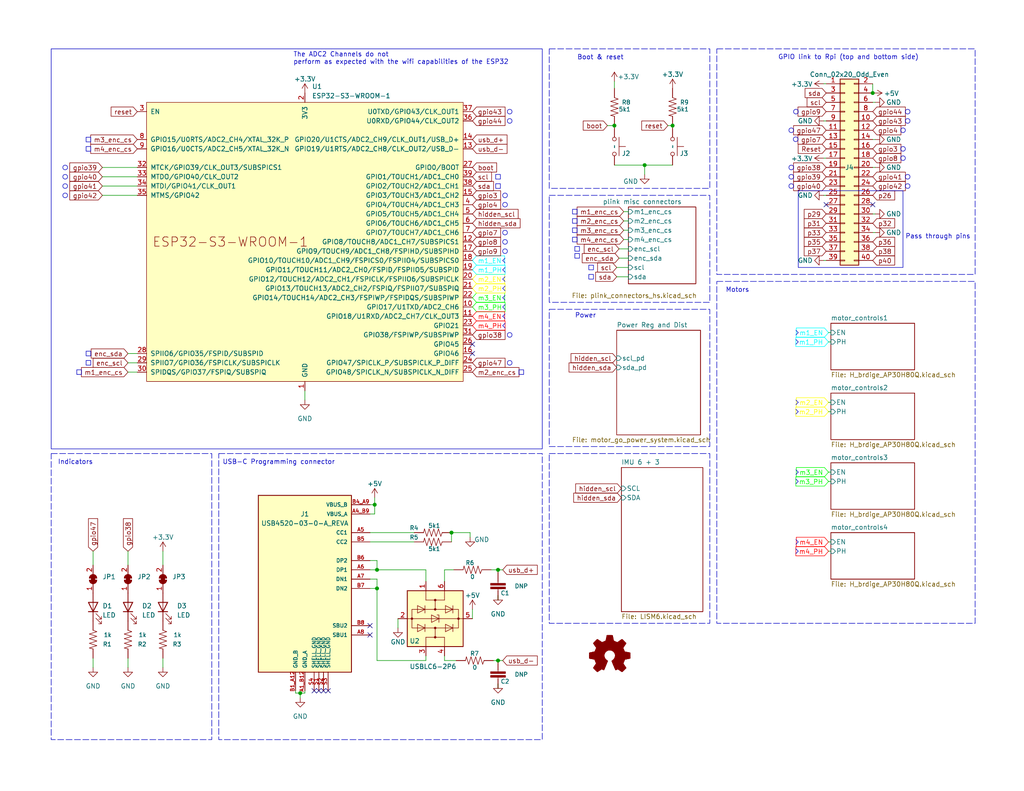
<source format=kicad_sch>
(kicad_sch (version 20230121) (generator eeschema)
  (paper "USLetter")
  (title_block (title "miniMotorGo") (date "2023-11-18") (rev "1.0") (company "EveryFlavorRobotics"))
  (lib_symbols
    (symbol "Connector_Generic:Conn_02x20_Odd_Even" (pin_names (offset 1.016) hide)
      (property "Reference" "J" (at 1.27 25.4 0))
      (property "Value" "Conn_02x20_Odd_Even" (at 1.27 -27.94 0))
      (symbol "Conn_02x20_Odd_Even_1_1"
        (pin passive line (at -5.08 22.86 0) (length 3.81) (name "Pin_1") (number "1"))
        (pin passive line (at 7.62 12.7 180) (length 3.81) (name "Pin_10") (number "10"))
        (pin passive line (at -5.08 10.16 0) (length 3.81) (name "Pin_11") (number "11"))
        (pin passive line (at 7.62 10.16 180) (length 3.81) (name "Pin_12") (number "12"))
        (pin passive line (at -5.08 7.62 0) (length 3.81) (name "Pin_13") (number "13"))
        (pin passive line (at 7.62 7.62 180) (length 3.81) (name "Pin_14") (number "14"))
        (pin passive line (at -5.08 5.08 0) (length 3.81) (name "Pin_15") (number "15"))
        (pin passive line (at 7.62 5.08 180) (length 3.81) (name "Pin_16") (number "16"))
        (pin passive line (at -5.08 2.54 0) (length 3.81) (name "Pin_17") (number "17"))
        (pin passive line (at 7.62 2.54 180) (length 3.81) (name "Pin_18") (number "18"))
        (pin passive line (at -5.08 0 0) (length 3.81) (name "Pin_19") (number "19"))
        (pin passive line (at 7.62 22.86 180) (length 3.81) (name "Pin_2") (number "2"))
        (pin passive line (at 7.62 0 180) (length 3.81) (name "Pin_20") (number "20"))
        (pin passive line (at -5.08 -2.54 0) (length 3.81) (name "Pin_21") (number "21"))
        (pin passive line (at 7.62 -2.54 180) (length 3.81) (name "Pin_22") (number "22"))
        (pin passive line (at -5.08 -5.08 0) (length 3.81) (name "Pin_23") (number "23"))
        (pin passive line (at 7.62 -5.08 180) (length 3.81) (name "Pin_24") (number "24"))
        (pin passive line (at -5.08 -7.62 0) (length 3.81) (name "Pin_25") (number "25"))
        (pin passive line (at 7.62 -7.62 180) (length 3.81) (name "Pin_26") (number "26"))
        (pin passive line (at -5.08 -10.16 0) (length 3.81) (name "Pin_27") (number "27"))
        (pin passive line (at 7.62 -10.16 180) (length 3.81) (name "Pin_28") (number "28"))
        (pin passive line (at -5.08 -12.7 0) (length 3.81) (name "Pin_29") (number "29"))
        (pin passive line (at -5.08 20.32 0) (length 3.81) (name "Pin_3") (number "3"))
        (pin passive line (at 7.62 -12.7 180) (length 3.81) (name "Pin_30") (number "30"))
        (pin passive line (at -5.08 -15.24 0) (length 3.81) (name "Pin_31") (number "31"))
        (pin passive line (at 7.62 -15.24 180) (length 3.81) (name "Pin_32") (number "32"))
        (pin passive line (at -5.08 -17.78 0) (length 3.81) (name "Pin_33") (number "33"))
        (pin passive line (at 7.62 -17.78 180) (length 3.81) (name "Pin_34") (number "34"))
        (pin passive line (at -5.08 -20.32 0) (length 3.81) (name "Pin_35") (number "35"))
        (pin passive line (at 7.62 -20.32 180) (length 3.81) (name "Pin_36") (number "36"))
        (pin passive line (at -5.08 -22.86 0) (length 3.81) (name "Pin_37") (number "37"))
        (pin passive line (at 7.62 -22.86 180) (length 3.81) (name "Pin_38") (number "38"))
        (pin passive line (at -5.08 -25.4 0) (length 3.81) (name "Pin_39") (number "39"))
        (pin passive line (at 7.62 20.32 180) (length 3.81) (name "Pin_4") (number "4"))
        (pin passive line (at 7.62 -25.4 180) (length 3.81) (name "Pin_40") (number "40"))
        (pin passive line (at -5.08 17.78 0) (length 3.81) (name "Pin_5") (number "5"))
        (pin passive line (at 7.62 17.78 180) (length 3.81) (name "Pin_6") (number "6"))
        (pin passive line (at -5.08 15.24 0) (length 3.81) (name "Pin_7") (number "7"))
        (pin passive line (at 7.62 15.24 180) (length 3.81) (name "Pin_8") (number "8"))
        (pin passive line (at -5.08 12.7 0) (length 3.81) (name "Pin_9") (number "9"))
      )
    )
    (symbol "Device:LED" (pin_numbers hide) (pin_names (offset 1.016) hide)
      (property "Reference" "D" (at 0 2.54 0))
      (property "Value" "LED" (at 0 -2.54 0))
      (symbol "LED_1_1"
        (pin passive line (at -3.81 0 0) (length 2.54) (name "K") (number "1"))
        (pin passive line (at 3.81 0 180) (length 2.54) (name "A") (number "2"))
      )
    )
    (symbol "Graphic:Logo_Open_Hardware_Small" (in_bom no) (on_board no))
    (symbol "Jumper:SolderJumper_2_Bridged" (pin_names (offset 0) hide)
      (property "Reference" "JP" (at 0 2.032 0))
      (property "Value" "SolderJumper_2_Bridged" (at 0 -2.54 0))
      (symbol "SolderJumper_2_Bridged_1_1"
        (pin passive line (at -3.81 0 0) (length 2.54) (name "A") (number "1"))
        (pin passive line (at 3.81 0 180) (length 2.54) (name "B") (number "2"))
      )
    )
    (symbol "Power_Protection:USBLC6-2P6" (pin_names hide)
      (property "Reference" "U" (at 2.54 8.89 0))
      (property "Value" "USBLC6-2P6" (at 2.54 -8.89 0))
      (symbol "USBLC6-2P6_1_1"
        (pin passive line (at -10.16 -2.54 0) (length 2.54) (name "I/O1") (number "1"))
        (pin passive line (at 0 -10.16 90) (length 2.54) (name "GND") (number "2"))
        (pin passive line (at 10.16 -2.54 180) (length 2.54) (name "I/O2") (number "3"))
        (pin passive line (at 10.16 2.54 180) (length 2.54) (name "I/O2") (number "4"))
        (pin passive line (at 0 10.16 270) (length 2.54) (name "VBUS") (number "5"))
        (pin passive line (at -10.16 2.54 0) (length 2.54) (name "I/O1") (number "6"))
      )
    )
    (symbol "Switch:SW_Push" (pin_numbers hide) (pin_names (offset 1.016) hide)
      (property "Reference" "SW" (at 1.27 2.54 0))
      (property "Value" "SW_Push" (at 0 -1.524 0))
      (symbol "SW_Push_0_1"
        (pin passive line (at -5.08 0 0) (length 2.54) (name "1") (number "1"))
        (pin passive line (at 5.08 0 180) (length 2.54) (name "2") (number "2"))
      )
    )
    (symbol "USB4520-03-0-A_REVA:USB4520-03-0-A_REVA" (pin_names (offset 1.016))
      (property "Reference" "J11" (at 0 19.05 0))
      (property "Value" "USB4520-03-0-A_REVA" (at 0 16.51 0))
      (symbol "USB4520-03-0-A_REVA_0_0"
        (pin power_in line (at 0 -29.21 90) (length 5.08) (name "GND_A") (number "A1_B12"))
        (pin power_in line (at 17.78 19.05 180) (length 5.08) (name "VBUS_A") (number "A4_B9"))
        (pin bidirectional line (at 17.78 13.97 180) (length 5.08) (name "CC1") (number "A5"))
        (pin bidirectional line (at 17.78 3.81 180) (length 5.08) (name "DP1") (number "A6"))
        (pin bidirectional line (at 17.78 1.27 180) (length 5.08) (name "DN1") (number "A7"))
        (pin bidirectional line (at 17.78 -13.97 180) (length 5.08) (name "SBU1") (number "A8"))
        (pin power_in line (at -2.54 -29.21 90) (length 5.08) (name "GND_B") (number "B1_A12"))
        (pin power_in line (at 17.78 21.59 180) (length 5.08) (name "VBUS_B") (number "B4_A9"))
        (pin bidirectional line (at 17.78 11.43 180) (length 5.08) (name "CC2") (number "B5"))
        (pin bidirectional line (at 17.78 6.35 180) (length 5.08) (name "DP2") (number "B6"))
        (pin bidirectional line (at 17.78 -1.27 180) (length 5.08) (name "DN2") (number "B7"))
        (pin bidirectional line (at 17.78 -11.43 180) (length 5.08) (name "SBU2") (number "B8"))
        (pin power_in line (at 3.81 -29.21 90) (length 5.08) (name "SHELL_GND") (number "S1"))
        (pin power_in line (at 5.08 -29.21 90) (length 5.08) (name "SHELL_GND") (number "S2"))
        (pin power_in line (at 6.35 -29.21 90) (length 5.08) (name "SHELL_GND") (number "S3"))
        (pin power_in line (at 2.54 -29.21 90) (length 5.08) (name "SHELL_GND") (number "S4"))
      )
    )
    (symbol "espressif_github:ESP32-S3-WROOM-1" (pin_names (offset 1.016))
      (property "Reference" "U" (at -43.18 43.18 0))
      (property "Value" "ESP32-S3-WROOM-1" (at -43.18 40.64 0))
      (symbol "ESP32-S3-WROOM-1_0_0"
        (text "ESP32-S3-WROOM-1" (at -20.32 0 0) (effects (font (size 2.54 2.54))))
        (pin power_in line (at 0 -40.64 90) (length 2.54) (name "GND") (number "1"))
        (pin bidirectional line (at 45.72 -17.78 180) (length 2.54) (name "GPIO17/U1TXD/ADC2_CH6") (number "10"))
        (pin bidirectional line (at 45.72 -20.32 180) (length 2.54) (name "GPIO18/U1RXD/ADC2_CH7/CLK_OUT3") (number "11"))
        (pin bidirectional line (at 45.72 0 180) (length 2.54) (name "GPIO8/TOUCH8/ADC1_CH7/SUBSPICS1") (number "12"))
        (pin bidirectional line (at 45.72 25.4 180) (length 2.54) (name "GPIO19/U1RTS/ADC2_CH8/CLK_OUT2/USB_D-") (number "13"))
        (pin bidirectional line (at 45.72 27.94 180) (length 2.54) (name "GPIO20/U1CTS/ADC2_CH9/CLK_OUT1/USB_D+") (number "14"))
        (pin bidirectional line (at 45.72 12.7 180) (length 2.54) (name "GPIO3/TOUCH3/ADC1_CH2") (number "15"))
        (pin bidirectional line (at 45.72 -30.48 180) (length 2.54) (name "GPIO46") (number "16"))
        (pin bidirectional line (at 45.72 -2.54 180) (length 2.54) (name "GPIO9/TOUCH9/ADC1_CH8/FSPIHD/SUBSPIHD") (number "17"))
        (pin bidirectional line (at 45.72 -5.08 180) (length 2.54) (name "GPIO10/TOUCH10/ADC1_CH9/FSPICS0/FSPIIO4/SUBSPICS0") (number "18"))
        (pin bidirectional line (at 45.72 -7.62 180) (length 2.54) (name "GPIO11/TOUCH11/ADC2_CH0/FSPID/FSPIIO5/SUBSPID") (number "19"))
        (pin power_in line (at 0 40.64 270) (length 2.54) (name "3V3") (number "2"))
        (pin bidirectional line (at 45.72 -10.16 180) (length 2.54) (name "GPIO12/TOUCH12/ADC2_CH1/FSPICLK/FSPIIO6/SUBSPICLK") (number "20"))
        (pin bidirectional line (at 45.72 -12.7 180) (length 2.54) (name "GPIO13/TOUCH13/ADC2_CH2/FSPIQ/FSPIIO7/SUBSPIQ") (number "21"))
        (pin bidirectional line (at 45.72 -15.24 180) (length 2.54) (name "GPIO14/TOUCH14/ADC2_CH3/FSPIWP/FSPIDQS/SUBSPIWP") (number "22"))
        (pin bidirectional line (at 45.72 -22.86 180) (length 2.54) (name "GPIO21") (number "23"))
        (pin bidirectional line (at 45.72 -33.02 180) (length 2.54) (name "GPIO47/SPICLK_P/SUBSPICLK_P_DIFF") (number "24"))
        (pin bidirectional line (at 45.72 -35.56 180) (length 2.54) (name "GPIO48/SPICLK_N/SUBSPICLK_N_DIFF") (number "25"))
        (pin bidirectional line (at 45.72 -27.94 180) (length 2.54) (name "GPIO45") (number "26"))
        (pin bidirectional line (at 45.72 20.32 180) (length 2.54) (name "GPIO0/BOOT") (number "27"))
        (pin bidirectional line (at -45.72 -30.48 0) (length 2.54) (name "SPIIO6/GPIO35/FSPID/SUBSPID") (number "28"))
        (pin bidirectional line (at -45.72 -33.02 0) (length 2.54) (name "SPIIO7/GPIO36/FSPICLK/SUBSPICLK") (number "29"))
        (pin input line (at -45.72 35.56 0) (length 2.54) (name "EN") (number "3"))
        (pin bidirectional line (at -45.72 -35.56 0) (length 2.54) (name "SPIDQS/GPIO37/FSPIQ/SUBSPIQ") (number "30"))
        (pin bidirectional line (at 45.72 -25.4 180) (length 2.54) (name "GPIO38/FSPIWP/SUBSPIWP") (number "31"))
        (pin bidirectional line (at -45.72 20.32 0) (length 2.54) (name "MTCK/GPIO39/CLK_OUT3/SUBSPICS1") (number "32"))
        (pin bidirectional line (at -45.72 17.78 0) (length 2.54) (name "MTDO/GPIO40/CLK_OUT2") (number "33"))
        (pin bidirectional line (at -45.72 15.24 0) (length 2.54) (name "MTDI/GPIO41/CLK_OUT1") (number "34"))
        (pin bidirectional line (at -45.72 12.7 0) (length 2.54) (name "MTMS/GPIO42") (number "35"))
        (pin bidirectional line (at 45.72 33.02 180) (length 2.54) (name "U0RXD/GPIO44/CLK_OUT2") (number "36"))
        (pin bidirectional line (at 45.72 35.56 180) (length 2.54) (name "U0TXD/GPIO43/CLK_OUT1") (number "37"))
        (pin bidirectional line (at 45.72 15.24 180) (length 2.54) (name "GPIO2/TOUCH2/ADC1_CH1") (number "38"))
        (pin bidirectional line (at 45.72 17.78 180) (length 2.54) (name "GPIO1/TOUCH1/ADC1_CH0") (number "39"))
        (pin bidirectional line (at 45.72 10.16 180) (length 2.54) (name "GPIO4/TOUCH4/ADC1_CH3") (number "4"))
        (pin passive line (at 0 -40.64 90) (length 2.54) hide (name "GND") (number "40"))
        (pin passive line (at 0 -40.64 90) (length 2.54) hide (name "GND") (number "41"))
        (pin bidirectional line (at 45.72 7.62 180) (length 2.54) (name "GPIO5/TOUCH5/ADC1_CH4") (number "5"))
        (pin bidirectional line (at 45.72 5.08 180) (length 2.54) (name "GPIO6/TOUCH6/ADC1_CH5") (number "6"))
        (pin bidirectional line (at 45.72 2.54 180) (length 2.54) (name "GPIO7/TOUCH7/ADC1_CH6") (number "7"))
        (pin bidirectional line (at -45.72 27.94 0) (length 2.54) (name "GPIO15/U0RTS/ADC2_CH4/XTAL_32K_P") (number "8"))
        (pin bidirectional line (at -45.72 25.4 0) (length 2.54) (name "GPIO16/U0CTS/ADC2_CH5/XTAL_32K_N") (number "9"))
      )
    )
    (symbol "power:+3.3V" (power) (pin_names (offset 0))
      (property "Value" "+3.3V" (at 0 3.556 0))
      (symbol "+3.3V_1_1"
        (pin power_in line (at 0 0 90) (length 0) hide (name "+3.3V") (number "1"))
      )
    )
    (symbol "power:+5V" (power) (pin_names (offset 0))
      (property "Value" "+5V" (at 0 3.556 0))
      (symbol "+5V_1_1"
        (pin power_in line (at 0 0 90) (length 0) hide (name "+5V") (number "1"))
      )
    )
    (symbol "power:GND" (power) (pin_names (offset 0))
      (property "Value" "GND" (at 0 -3.81 0))
      (symbol "GND_1_1"
        (pin power_in line (at 0 0 270) (length 0) hide (name "GND") (number "1"))
      )
    )
    (symbol "sparkfun_capacitors:0.1UF-0402-16V-10%" (pin_numbers hide) (pin_names (offset 1.016) hide)
      (property "Reference" "C" (at 1.524 2.921 0))
      (property "Value" "0.1UF-0402-16V-10%" (at 1.524 -2.159 0))
      (property "Field4" "CAP-12416" (at 0 7.62 0))
      (symbol "0.1UF-0402-16V-10%_1_1"
        (pin passive line (at 0 5.08 270) (length 2.54) (name "1") (number "1"))
        (pin passive line (at 0 -2.54 90) (length 2.54) (name "2") (number "2"))
      )
    )
    (symbol "sparkfun_resistors:RESISTOR0603" (pin_numbers hide) (pin_names (offset 1.016) hide)
      (property "Reference" "R" (at -5.08 1.27 0))
      (property "Value" "RESISTOR0603" (at -5.08 -3.81 0))
      (property "Field4" " " (at 0 5.08 0))
      (symbol "RESISTOR0603_1_1"
        (pin passive line (at -5.08 0 0) (length 2.54) (name "1") (number "1"))
        (pin passive line (at 5.08 0 180) (length 2.54) (name "2") (number "2"))
      )
    )
  )
  (junction (at 102.87 155.575))
  (junction (at 135.89 155.575))
  (junction (at 135.89 180.34))
  (junction (at 102.87 160.655))
  (junction (at 123.19 145.415))
  (junction (at 175.895 45.085))
  (junction (at 183.515 34.29))
  (junction (at 102.235 137.795))
  (junction (at 238.125 25.4))
  (junction (at 81.915 189.23))
  (junction (at 167.64 34.29))
  (no_connect (at 100.965 173.355))
  (no_connect (at 238.125 55.88))
  (no_connect (at 128.905 96.52))
  (no_connect (at 85.725 188.595))
  (no_connect (at 100.965 170.815))
  (no_connect (at 128.905 93.98))
  (no_connect (at 89.535 188.595))
  (no_connect (at 225.425 55.88))
  (no_connect (at 88.265 188.595))
  (no_connect (at 86.995 188.595))
  (wire (pts (xy 128.27 145.415) (xy 123.19 145.415)))
  (wire (pts (xy 34.925 96.52) (xy 37.465 96.52)))
  (wire (pts (xy 135.89 155.575) (xy 135.89 156.21)))
  (wire (pts (xy 135.89 186.69) (xy 135.89 187.96)))
  (wire (pts (xy 116.205 155.575) (xy 116.205 158.75)))
  (wire (pts (xy 167.64 34.29) (xy 167.64 34.925)))
  (wire (pts (xy 100.965 158.115) (xy 102.87 158.115)))
  (polyline (pts (xy 217.805 109.855) (xy 217.17 110.49)))
  (polyline (pts (xy 217.805 112.395) (xy 217.17 111.76)))
  (wire (pts (xy 83.185 106.68) (xy 83.185 109.22)))
  (wire (pts (xy 182.245 34.29) (xy 183.515 34.29)))
  (wire (pts (xy 175.895 45.085) (xy 175.895 47.625)))
  (wire (pts (xy 225.425 71.12) (xy 224.79 71.12)))
  (wire (pts (xy 170.18 65.405) (xy 171.45 65.405)))
  (wire (pts (xy 238.76 45.72) (xy 238.125 45.72)))
  (polyline (pts (xy 137.16 88.9) (xy 137.795 89.535)))
  (wire (pts (xy 170.18 57.785) (xy 171.45 57.785)))
  (polyline (pts (xy 137.16 86.36) (xy 137.795 86.995)))
  (wire (pts (xy 226.06 131.445) (xy 226.695 131.445)))
  (wire (pts (xy 80.645 189.23) (xy 80.645 188.595)))
  (wire (pts (xy 34.925 179.705) (xy 34.925 182.245)))
  (polyline (pts (xy 217.805 150.495) (xy 217.17 151.13)))
  (wire (pts (xy 80.645 189.23) (xy 81.915 189.23)))
  (polyline (pts (xy 217.805 109.855) (xy 217.17 109.22)))
  (wire (pts (xy 121.285 179.07) (xy 121.285 180.34)))
  (wire (pts (xy 100.965 155.575) (xy 102.87 155.575)))
  (polyline (pts (xy 137.16 88.9) (xy 137.795 88.265)))
  (wire (pts (xy 226.06 90.805) (xy 226.695 90.805)))
  (wire (pts (xy 226.06 128.905) (xy 226.695 128.905)))
  (wire (pts (xy 100.965 147.955) (xy 113.03 147.955)))
  (wire (pts (xy 102.235 135.89) (xy 102.235 137.795)))
  (wire (pts (xy 170.18 60.325) (xy 171.45 60.325)))
  (wire (pts (xy 123.825 155.575) (xy 121.285 155.575)))
  (wire (pts (xy 165.735 34.29) (xy 167.64 34.29)))
  (wire (pts (xy 135.89 155.575) (xy 137.16 155.575)))
  (wire (pts (xy 108.585 168.91) (xy 108.585 171.45)))
  (polyline (pts (xy 137.16 71.12) (xy 137.795 71.755)))
  (wire (pts (xy 225.425 53.34) (xy 224.79 53.34)))
  (polyline (pts (xy 137.16 78.74) (xy 137.795 79.375)))
  (wire (pts (xy 135.89 162.56) (xy 135.89 163.83)))
  (wire (pts (xy 102.87 155.575) (xy 116.205 155.575)))
  (wire (pts (xy 121.285 155.575) (xy 121.285 158.75)))
  (wire (pts (xy 135.89 180.34) (xy 134.62 180.34)))
  (wire (pts (xy 238.125 22.86) (xy 238.125 25.4)))
  (wire (pts (xy 168.91 70.485) (xy 171.45 70.485)))
  (wire (pts (xy 116.205 180.34) (xy 116.205 179.07)))
  (wire (pts (xy 34.925 150.495) (xy 34.925 154.305)))
  (wire (pts (xy 137.16 180.34) (xy 135.89 180.34)))
  (wire (pts (xy 170.18 62.865) (xy 171.45 62.865)))
  (wire (pts (xy 25.4 179.705) (xy 25.4 182.245)))
  (wire (pts (xy 44.45 150.495) (xy 44.45 154.305)))
  (wire (pts (xy 123.19 145.415) (xy 123.19 147.955)))
  (wire (pts (xy 168.275 75.565) (xy 171.45 75.565)))
  (wire (pts (xy 226.06 150.495) (xy 226.695 150.495)))
  (wire (pts (xy 238.125 38.1) (xy 238.76 38.1)))
  (wire (pts (xy 121.285 180.34) (xy 124.46 180.34)))
  (wire (pts (xy 102.235 137.795) (xy 102.235 140.335)))
  (polyline (pts (xy 217.805 128.905) (xy 217.17 129.54)))
  (wire (pts (xy 175.895 45.085) (xy 167.64 45.085)))
  (polyline (pts (xy 137.16 76.2) (xy 137.795 76.835)))
  (polyline (pts (xy 217.805 112.395) (xy 217.17 113.03)))
  (wire (pts (xy 224.79 33.02) (xy 225.425 33.02)))
  (wire (pts (xy 81.915 189.23) (xy 83.185 189.23)))
  (polyline (pts (xy 137.16 73.66) (xy 137.795 74.295)))
  (polyline (pts (xy 137.16 81.28) (xy 137.795 81.915)))
  (wire (pts (xy 175.895 45.085) (xy 183.515 45.085)))
  (wire (pts (xy 102.87 153.035) (xy 102.87 155.575)))
  (wire (pts (xy 226.06 147.955) (xy 226.695 147.955)))
  (polyline (pts (xy 137.16 86.36) (xy 137.795 85.725)))
  (polyline (pts (xy 137.16 76.2) (xy 137.795 75.565)))
  (polyline (pts (xy 217.805 147.955) (xy 217.17 148.59)))
  (wire (pts (xy 226.06 109.855) (xy 226.695 109.855)))
  (wire (pts (xy 224.79 22.86) (xy 225.425 22.86)))
  (polyline (pts (xy 137.16 71.12) (xy 137.795 70.485)))
  (wire (pts (xy 100.965 137.795) (xy 102.235 137.795)))
  (wire (pts (xy 27.94 53.34) (xy 37.465 53.34)))
  (wire (pts (xy 168.91 67.945) (xy 171.45 67.945)))
  (wire (pts (xy 81.915 189.23) (xy 81.915 190.5)))
  (polyline (pts (xy 137.16 78.74) (xy 137.795 78.105)))
  (polyline (pts (xy 137.16 73.66) (xy 137.795 73.025)))
  (wire (pts (xy 27.94 45.72) (xy 37.465 45.72)))
  (wire (pts (xy 27.94 50.8) (xy 37.465 50.8)))
  (polyline (pts (xy 137.16 83.82) (xy 137.795 84.455)))
  (wire (pts (xy 238.76 27.94) (xy 238.125 27.94)))
  (wire (pts (xy 25.4 150.495) (xy 25.4 154.305)))
  (wire (pts (xy 183.515 34.29) (xy 183.515 34.925)))
  (wire (pts (xy 238.125 58.42) (xy 238.76 58.42)))
  (wire (pts (xy 100.965 145.415) (xy 113.03 145.415)))
  (wire (pts (xy 128.27 145.415) (xy 128.27 146.685)))
  (polyline (pts (xy 217.805 131.445) (xy 217.17 132.08)))
  (wire (pts (xy 102.87 160.655) (xy 102.87 180.34)))
  (wire (pts (xy 133.985 155.575) (xy 135.89 155.575)))
  (wire (pts (xy 102.87 158.115) (xy 102.87 160.655)))
  (wire (pts (xy 168.275 73.025) (xy 171.45 73.025)))
  (polyline (pts (xy 217.805 150.495) (xy 217.17 149.86)))
  (wire (pts (xy 100.965 140.335) (xy 102.235 140.335)))
  (wire (pts (xy 34.925 101.6) (xy 37.465 101.6)))
  (polyline (pts (xy 217.805 147.955) (xy 217.17 147.32)))
  (wire (pts (xy 238.125 63.5) (xy 238.76 63.5)))
  (wire (pts (xy 27.94 48.26) (xy 37.465 48.26)))
  (polyline (pts (xy 217.805 93.345) (xy 217.17 92.71)))
  (polyline (pts (xy 217.805 93.345) (xy 217.17 93.98)))
  (polyline (pts (xy 217.805 131.445) (xy 217.17 130.81)))
  (wire (pts (xy 34.925 99.06) (xy 37.465 99.06)))
  (wire (pts (xy 100.965 160.655) (xy 102.87 160.655)))
  (wire (pts (xy 44.45 179.705) (xy 44.45 182.245)))
  (wire (pts (xy 128.905 166.37) (xy 128.905 168.91)))
  (wire (pts (xy 167.64 22.225) (xy 167.64 24.13)))
  (wire (pts (xy 226.06 93.345) (xy 226.695 93.345)))
  (polyline (pts (xy 217.805 90.805) (xy 217.17 90.17)))
  (wire (pts (xy 100.965 153.035) (xy 102.87 153.035)))
  (wire (pts (xy 102.87 180.34) (xy 116.205 180.34)))
  (polyline (pts (xy 217.805 90.805) (xy 217.17 91.44)))
  (wire (pts (xy 226.06 112.395) (xy 226.695 112.395)))
  (polyline (pts (xy 137.16 81.28) (xy 137.795 80.645)))
  (polyline (pts (xy 217.805 128.905) (xy 217.17 128.27)))
  (wire (pts (xy 83.185 188.595) (xy 83.185 189.23)))
  (polyline (pts (xy 137.16 83.82) (xy 137.795 83.185)))
  (wire (pts (xy 224.79 43.18) (xy 225.425 43.18)))
  (rectangle (start 156.845 67.31) (end 158.115 68.58))
  (rectangle (start 217.805 52.07) (end 246.38 73.025))
  (circle (center 246.38 43.18) (radius 0.635))
  (rectangle (start 59.69 123.825) (end 147.955 201.93) (stroke (width 0) (type dash)))
  (rectangle (start 135.255 47.625) (end 136.525 48.895))
  (rectangle (start 160.655 72.39) (end 161.925 73.66))
  (rectangle (start 141.605 100.965) (end 142.875 102.235))
  (circle (center 247.65 50.8) (radius 0.635))
  (rectangle (start 195.58 13.335) (end 266.065 74.93) (stroke (width 0) (type dash)))
  (circle (center 215.9 35.56) (radius 0.635))
  (rectangle (start 156.21 64.77) (end 157.48 66.04))
  (rectangle (start 156.21 62.23) (end 157.48 63.5))
  (rectangle (start 13.97 123.825) (end 57.785 201.93) (stroke (width 0) (type dash)))
  (rectangle (start 156.21 57.15) (end 157.48 58.42))
  (circle (center 247.65 48.26) (radius 0.635))
  (rectangle (start 23.495 40.005) (end 24.765 41.275))
  (circle (center 139.065 30.48) (radius 0.635))
  (rectangle (start 20.955 100.965) (end 22.225 102.235))
  (circle (center 139.065 91.44) (radius 0.635))
  (circle (center 17.78 45.72) (radius 0.635))
  (rectangle (start 149.86 123.825) (end 193.675 170.18) (stroke (width 0) (type dash)))
  (circle (center 246.38 35.56) (radius 0.635))
  (circle (center 137.795 63.5) (radius 0.635))
  (circle (center 139.065 33.02) (radius 0.635))
  (rectangle (start 156.21 59.69) (end 157.48 60.96))
  (rectangle (start 23.495 37.465) (end 24.765 38.735))
  (circle (center 17.78 53.34) (radius 0.635))
  (circle (center 247.65 33.02) (radius 0.635))
  (circle (center 215.9 50.8) (radius 0.635))
  (rectangle (start 195.58 76.835) (end 266.065 170.18) (stroke (width 0) (type dash)))
  (circle (center 139.065 99.06) (radius 0.635))
  (rectangle (start 23.495 98.425) (end 24.765 99.695))
  (circle (center 217.17 30.48) (radius 0.635))
  (circle (center 215.9 45.72) (radius 0.635))
  (circle (center 215.9 48.26) (radius 0.635))
  (circle (center 247.65 30.48) (radius 0.635))
  (rectangle (start 13.97 13.335) (end 147.955 122.555))
  (rectangle (start 160.655 74.93) (end 161.925 76.2))
  (circle (center 17.78 48.26) (radius 0.635))
  (circle (center 17.78 50.8) (radius 0.635))
  (circle (center 137.795 68.58) (radius 0.635))
  (circle (center 137.795 53.34) (radius 0.635))
  (circle (center 217.1008 38.0145) (radius 0.635))
  (circle (center 137.795 66.04) (radius 0.635))
  (circle (center 246.38 40.64) (radius 0.635))
  (rectangle (start 149.86 84.455) (end 193.675 121.92) (stroke (width 0) (type dash)))
  (rectangle (start 149.86 13.335) (end 193.675 51.435) (stroke (width 0) (type dash)))
  (rectangle (start 135.255 50.165) (end 136.525 51.435))
  (rectangle (start 156.845 69.215) (end 158.115 70.485))
  (rectangle (start 149.86 53.34) (end 193.675 82.55) (stroke (width 0) (type dash)))
  (circle (center 137.795 55.88) (radius 0.635))
  (rectangle (start 23.495 95.885) (end 24.765 97.155))
  (text "USB-C Programming connector\n" (at 91.44 127 0) (effects (font (size 1.27 1.27)) (justify right bottom)))
  (text "Motors" (at 204.47 80.01 0) (effects (font (size 1.27 1.27)) (justify right bottom)))
  (text "Power" (at 156.845 86.995 0) (effects (font (size 1.27 1.27)) (justify left bottom)))
  (text "Boot & reset" (at 157.48 16.51 0) (effects (font (size 1.27 1.27)) (justify left bottom)))
  (text "Indicators" (at 25.4 127 0) (effects (font (size 1.27 1.27)) (justify right bottom)))
  (text "The ADC2 Channels do not\nperform as expected with the wifi capabilities of the ESP32" (at 80.01 17.78 0) (effects (font (size 1.27 1.27)) (justify left bottom)))
  (text "Pass through pins" (at 247.015 65.405 0) (effects (font (size 1.27 1.27)) (justify left bottom)))
  (text "GPIO link to Rpi (top and bottom side)" (at 212.29 16.4685 0) (effects (font (size 1.27 1.27)) (justify left bottom)))
  (global_label "m2_EN" (shape input) (at 226.06 109.855 180) (property "Intersheetrefs" "${INTERSHEET_REFS}" (effects hide)))
  (global_label "enc_sda" (shape input) (at 168.91 70.485 180) (property "Intersheetrefs" "${INTERSHEET_REFS}" (effects hide)))
  (global_label "p31" (shape input) (at 225.425 60.96 180) (property "Intersheetrefs" "${INTERSHEET_REFS}" (effects hide)))
  (global_label "p36" (shape input) (at 238.125 66.04 0) (property "Intersheetrefs" "${INTERSHEET_REFS}" (effects hide)))
  (global_label "hidden_sda" (shape input) (at 168.275 100.33 180) (property "Intersheetrefs" "${INTERSHEET_REFS}" (effects hide)))
  (global_label "gpio39" (shape input) (at 27.94 45.72 180) (property "Intersheetrefs" "${INTERSHEET_REFS}" (effects hide)))
  (global_label "m2_EN" (shape input) (at 128.905 76.2 0) (property "Intersheetrefs" "${INTERSHEET_REFS}" (effects hide)))
  (global_label "gpio47" (shape input) (at 225.425 35.56 180) (property "Intersheetrefs" "${INTERSHEET_REFS}" (effects hide)))
  (global_label "p33" (shape input) (at 225.425 63.5 180) (property "Intersheetrefs" "${INTERSHEET_REFS}" (effects hide)))
  (global_label "m2_enc_cs" (shape input) (at 128.905 101.6 0) (property "Intersheetrefs" "${INTERSHEET_REFS}" (effects hide)))
  (global_label "m3_enc_cs" (shape input) (at 170.18 62.865 180) (property "Intersheetrefs" "${INTERSHEET_REFS}" (effects hide)))
  (global_label "enc_sda" (shape input) (at 34.925 96.52 180) (property "Intersheetrefs" "${INTERSHEET_REFS}" (effects hide)))
  (global_label "gpio38" (shape input) (at 128.905 91.44 0) (property "Intersheetrefs" "${INTERSHEET_REFS}" (effects hide)))
  (global_label "usb_d+" (shape input) (at 128.905 38.1 0) (property "Intersheetrefs" "${INTERSHEET_REFS}" (effects hide)))
  (global_label "m3_PH" (shape input) (at 128.905 83.82 0) (property "Intersheetrefs" "${INTERSHEET_REFS}" (effects hide)))
  (global_label "hidden_sda" (shape input) (at 128.905 60.96 0) (property "Intersheetrefs" "${INTERSHEET_REFS}" (effects hide)))
  (global_label "gpio39" (shape input) (at 225.425 48.26 180) (property "Intersheetrefs" "${INTERSHEET_REFS}" (effects hide)))
  (global_label "gpio40" (shape input) (at 225.425 50.8 180) (property "Intersheetrefs" "${INTERSHEET_REFS}" (effects hide)))
  (global_label "m2_enc_cs" (shape input) (at 170.18 60.325 180) (property "Intersheetrefs" "${INTERSHEET_REFS}" (effects hide)))
  (global_label "scl" (shape input) (at 225.425 27.94 180) (property "Intersheetrefs" "${INTERSHEET_REFS}" (effects hide)))
  (global_label "m3_enc_cs" (shape input) (at 37.465 38.1 180) (property "Intersheetrefs" "${INTERSHEET_REFS}" (effects hide)))
  (global_label "gpio44" (shape input) (at 128.905 33.02 0) (property "Intersheetrefs" "${INTERSHEET_REFS}" (effects hide)))
  (global_label "m3_PH" (shape input) (at 226.06 131.445 180) (property "Intersheetrefs" "${INTERSHEET_REFS}" (effects hide)))
  (global_label "usb_d-" (shape input) (at 128.905 40.64 0) (property "Intersheetrefs" "${INTERSHEET_REFS}" (effects hide)))
  (global_label "sda" (shape input) (at 168.275 75.565 180) (property "Intersheetrefs" "${INTERSHEET_REFS}" (effects hide)))
  (global_label "usb_d+" (shape input) (at 137.16 155.575 0) (property "Intersheetrefs" "${INTERSHEET_REFS}" (effects hide)))
  (global_label "sda" (shape input) (at 225.425 25.4 180) (property "Intersheetrefs" "${INTERSHEET_REFS}" (effects hide)))
  (global_label "gpio47" (shape input) (at 25.4 150.495 90) (property "Intersheetrefs" "${INTERSHEET_REFS}" (effects hide)))
  (global_label "gpio4" (shape input) (at 128.905 55.88 0) (property "Intersheetrefs" "${INTERSHEET_REFS}" (effects hide)))
  (global_label "gpio9" (shape input) (at 225.425 30.48 180) (property "Intersheetrefs" "${INTERSHEET_REFS}" (effects hide)))
  (global_label "scl" (shape input) (at 168.275 73.025 180) (property "Intersheetrefs" "${INTERSHEET_REFS}" (effects hide)))
  (global_label "enc_scl" (shape input) (at 34.925 99.06 180) (property "Intersheetrefs" "${INTERSHEET_REFS}" (effects hide)))
  (global_label "m1_EN" (shape input) (at 226.06 90.805 180) (property "Intersheetrefs" "${INTERSHEET_REFS}" (effects hide)))
  (global_label "m2_PH" (shape input) (at 128.905 78.74 0) (property "Intersheetrefs" "${INTERSHEET_REFS}" (effects hide)))
  (global_label "gpio43" (shape input) (at 128.905 30.48 0) (property "Intersheetrefs" "${INTERSHEET_REFS}" (effects hide)))
  (global_label "p32" (shape input) (at 238.125 60.96 0) (property "Intersheetrefs" "${INTERSHEET_REFS}" (effects hide)))
  (global_label "gpio42" (shape input) (at 238.125 50.8 0) (property "Intersheetrefs" "${INTERSHEET_REFS}" (effects hide)))
  (global_label "enc_scl" (shape input) (at 168.91 67.945 180) (property "Intersheetrefs" "${INTERSHEET_REFS}" (effects hide)))
  (global_label "p26" (shape input) (at 238.125 53.34 0) (property "Intersheetrefs" "${INTERSHEET_REFS}" (effects hide)))
  (global_label "m4_EN" (shape input) (at 128.905 86.36 0) (property "Intersheetrefs" "${INTERSHEET_REFS}" (effects hide)))
  (global_label "m2_PH" (shape input) (at 226.06 112.395 180) (property "Intersheetrefs" "${INTERSHEET_REFS}" (effects hide)))
  (global_label "p37" (shape input) (at 225.425 68.58 180) (property "Intersheetrefs" "${INTERSHEET_REFS}" (effects hide)))
  (global_label "gpio8" (shape input) (at 128.905 66.04 0) (property "Intersheetrefs" "${INTERSHEET_REFS}" (effects hide)))
  (global_label "usb_d-" (shape input) (at 137.16 180.34 0) (property "Intersheetrefs" "${INTERSHEET_REFS}" (effects hide)))
  (global_label "hidden_scl" (shape input) (at 169.545 133.35 180) (property "Intersheetrefs" "${INTERSHEET_REFS}" (effects hide)))
  (global_label "Reset" (shape input) (at 225.425 40.64 180) (property "Intersheetrefs" "${INTERSHEET_REFS}" (effects hide)))
  (global_label "gpio4" (shape input) (at 238.125 35.56 0) (property "Intersheetrefs" "${INTERSHEET_REFS}" (effects hide)))
  (global_label "hidden_sda" (shape input) (at 169.545 135.89 180) (property "Intersheetrefs" "${INTERSHEET_REFS}" (effects hide)))
  (global_label "m1_PH" (shape input) (at 226.06 93.345 180) (property "Intersheetrefs" "${INTERSHEET_REFS}" (effects hide)))
  (global_label "gpio38" (shape input) (at 34.925 150.495 90) (property "Intersheetrefs" "${INTERSHEET_REFS}" (effects hide)))
  (global_label "gpio42" (shape input) (at 27.94 53.34 180) (property "Intersheetrefs" "${INTERSHEET_REFS}" (effects hide)))
  (global_label "gpio9" (shape input) (at 128.905 68.58 0) (property "Intersheetrefs" "${INTERSHEET_REFS}" (effects hide)))
  (global_label "gpio3" (shape input) (at 128.905 53.34 0) (property "Intersheetrefs" "${INTERSHEET_REFS}" (effects hide)))
  (global_label "hidden_scl" (shape input) (at 128.905 58.42 0) (property "Intersheetrefs" "${INTERSHEET_REFS}" (effects hide)))
  (global_label "sda" (shape input) (at 128.905 50.8 0) (property "Intersheetrefs" "${INTERSHEET_REFS}" (effects hide)))
  (global_label "gpio41" (shape input) (at 238.125 48.26 0) (property "Intersheetrefs" "${INTERSHEET_REFS}" (effects hide)))
  (global_label "gpio8" (shape input) (at 238.125 43.18 0) (property "Intersheetrefs" "${INTERSHEET_REFS}" (effects hide)))
  (global_label "scl" (shape input) (at 128.905 48.26 0) (property "Intersheetrefs" "${INTERSHEET_REFS}" (effects hide)))
  (global_label "boot" (shape input) (at 165.735 34.29 180) (property "Intersheetrefs" "${INTERSHEET_REFS}" (effects hide)))
  (global_label "gpio38" (shape input) (at 225.425 45.72 180) (property "Intersheetrefs" "${INTERSHEET_REFS}" (effects hide)))
  (global_label "m4_enc_cs" (shape input) (at 37.465 40.64 180) (property "Intersheetrefs" "${INTERSHEET_REFS}" (effects hide)))
  (global_label "m1_enc_cs" (shape input) (at 34.925 101.6 180) (property "Intersheetrefs" "${INTERSHEET_REFS}" (effects hide)))
  (global_label "p40" (shape input) (at 238.125 71.12 0) (property "Intersheetrefs" "${INTERSHEET_REFS}" (effects hide)))
  (global_label "m1_PH" (shape input) (at 128.905 73.66 0) (property "Intersheetrefs" "${INTERSHEET_REFS}" (effects hide)))
  (global_label "m4_enc_cs" (shape input) (at 170.18 65.405 180) (property "Intersheetrefs" "${INTERSHEET_REFS}" (effects hide)))
  (global_label "p35" (shape input) (at 225.425 66.04 180) (property "Intersheetrefs" "${INTERSHEET_REFS}" (effects hide)))
  (global_label "m4_PH" (shape input) (at 128.905 88.9 0) (property "Intersheetrefs" "${INTERSHEET_REFS}" (effects hide)))
  (global_label "gpio47" (shape input) (at 128.905 99.06 0) (property "Intersheetrefs" "${INTERSHEET_REFS}" (effects hide)))
  (global_label "hidden_scl" (shape input) (at 168.275 97.79 180) (property "Intersheetrefs" "${INTERSHEET_REFS}" (effects hide)))
  (global_label "gpio40" (shape input) (at 27.94 48.26 180) (property "Intersheetrefs" "${INTERSHEET_REFS}" (effects hide)))
  (global_label "boot" (shape input) (at 128.905 45.72 0) (property "Intersheetrefs" "${INTERSHEET_REFS}" (effects hide)))
  (global_label "p29" (shape input) (at 225.425 58.42 180) (property "Intersheetrefs" "${INTERSHEET_REFS}" (effects hide)))
  (global_label "gpio3" (shape input) (at 238.125 40.64 0) (property "Intersheetrefs" "${INTERSHEET_REFS}" (effects hide)))
  (global_label "m4_EN" (shape input) (at 226.06 147.955 180) (property "Intersheetrefs" "${INTERSHEET_REFS}" (effects hide)))
  (global_label "m1_EN" (shape input) (at 128.905 71.12 0) (property "Intersheetrefs" "${INTERSHEET_REFS}" (effects hide)))
  (global_label "m1_enc_cs" (shape input) (at 170.18 57.785 180) (property "Intersheetrefs" "${INTERSHEET_REFS}" (effects hide)))
  (global_label "gpio7" (shape input) (at 225.425 38.1 180) (property "Intersheetrefs" "${INTERSHEET_REFS}" (effects hide)))
  (global_label "gpio41" (shape input) (at 27.94 50.8 180) (property "Intersheetrefs" "${INTERSHEET_REFS}" (effects hide)))
  (global_label "reset" (shape input) (at 37.465 30.48 180) (property "Intersheetrefs" "${INTERSHEET_REFS}" (effects hide)))
  (global_label "gpio44" (shape input) (at 238.125 30.48 0) (property "Intersheetrefs" "${INTERSHEET_REFS}" (effects hide)))
  (global_label "gpio43" (shape input) (at 238.125 33.02 0) (property "Intersheetrefs" "${INTERSHEET_REFS}" (effects hide)))
  (global_label "p38" (shape input) (at 238.125 68.58 0) (property "Intersheetrefs" "${INTERSHEET_REFS}" (effects hide)))
  (global_label "reset" (shape input) (at 182.245 34.29 180) (property "Intersheetrefs" "${INTERSHEET_REFS}" (effects hide)))
  (global_label "m3_EN" (shape input) (at 128.905 81.28 0) (property "Intersheetrefs" "${INTERSHEET_REFS}" (effects hide)))
  (global_label "m4_PH" (shape input) (at 226.06 150.495 180) (property "Intersheetrefs" "${INTERSHEET_REFS}" (effects hide)))
  (global_label "m3_EN" (shape input) (at 226.06 128.905 180) (property "Intersheetrefs" "${INTERSHEET_REFS}" (effects hide)))
  (global_label "gpio7" (shape input) (at 128.905 63.5 0) (property "Intersheetrefs" "${INTERSHEET_REFS}" (effects hide)))
  (symbol (lib_id "sparkfun_resistors:RESISTOR0603") (at 118.11 147.955 180) (unit 1)
    (property "Reference" "R5" (at 111.76 146.685 0) (effects (font (size 1.143 1.143)) (justify right)))
    (property "Value" "5k1" (at 116.84 149.86 0) (effects (font (size 1.143 1.143)) (justify right)))
    (property "Footprint" "Resistor_SMD:R_0402_1005Metric" (effects hide))
    (property "Field4" " " (at 121.285 145.415 90) (effects (font (size 1.524 1.524)) (justify right)))
    (property "LCSC_Part_Number" "C409700" (effects hide))
  )
  (symbol (lib_id "power:GND") (at 238.76 27.94 90) (unit 1)
    (property "Reference" "#PWR023" (effects hide))
    (property "Value" "GND" (at 243.84 27.94 90))
  )
  (symbol (lib_id "sparkfun_capacitors:0.1UF-0402-16V-10%") (at 135.89 182.88 180) (unit 1)
    (property "Reference" "C2" (at 137.795 186.055 0) (effects (font (size 1.143 1.143))))
    (property "Value" "DNP" (at 142.24 184.15 0) (effects (font (size 1.143 1.143))))
    (property "Footprint" "Capacitor_SMD:C_0402_1005Metric" (effects hide))
    (property "Field4" "CAP-12416" (effects hide))
    (property "LCSC_Part_Number" "-" (effects hide))
  )
  (symbol (lib_id "power:+3.3V") (at 83.185 25.4 0) (unit 1)
    (property "Reference" "#PWR06" (effects hide))
    (property "Value" "+3.3V" (at 83.185 21.59 0))
  )
  (symbol (lib_id "power:+3.3V") (at 167.64 22.225 0) (unit 1)
    (property "Reference" "#PWR014" (effects hide))
    (property "Value" "+3.3V" (at 171.45 20.955 0))
  )
  (symbol (lib_id "power:+3.3V") (at 183.515 24.13 0) (unit 1)
    (property "Reference" "#PWR016" (effects hide))
    (property "Value" "+3.3V" (at 183.515 20.32 0))
  )
  (symbol (lib_id "sparkfun_resistors:RESISTOR0603") (at 167.64 29.21 270) (unit 1)
    (property "Reference" "R8" (at 172.085 27.94 90) (effects (font (size 1.143 1.143)) (justify right)))
    (property "Value" "5k1" (at 172.085 29.845 90) (effects (font (size 1.143 1.143)) (justify right)))
    (property "Footprint" "Resistor_SMD:R_0402_1005Metric" (effects hide))
    (property "Field4" " " (at 165.1 26.035 90) (effects (font (size 1.524 1.524)) (justify right)))
    (property "LCSC_Part_Number" "C409700" (effects hide))
  )
  (symbol (lib_id "sparkfun_resistors:RESISTOR0603") (at 183.515 29.21 270) (unit 1)
    (property "Reference" "R9" (at 187.96 27.94 90) (effects (font (size 1.143 1.143)) (justify right)))
    (property "Value" "5k1" (at 187.96 29.845 90) (effects (font (size 1.143 1.143)) (justify right)))
    (property "Footprint" "Resistor_SMD:R_0402_1005Metric" (effects hide))
    (property "Field4" " " (at 180.975 26.035 90) (effects (font (size 1.524 1.524)) (justify right)))
    (property "LCSC_Part_Number" "C409700" (effects hide))
  )
  (symbol (lib_id "USB4520-03-0-A_REVA:USB4520-03-0-A_REVA") (at 83.185 159.385 0) (unit 1)
    (property "Reference" "J1" (at 83.185 140.335 0))
    (property "Value" "USB4520-03-0-A_REVA" (at 83.185 142.875 0))
    (property "Footprint" "mg_mini_v1r3:GCT_USB4520-03-0-A_REVA" (effects hide))
    (property "MAXIMUM_PACKAGE_HEIGHT" "2.46mm" (effects hide))
    (property "LCSC_Part_Number" "C2965608" (effects hide))
  )
  (symbol (lib_id "power:GND") (at 238.76 63.5 90) (unit 1)
    (property "Reference" "#PWR027" (effects hide))
    (property "Value" "GND" (at 243.84 63.5 90))
  )
  (symbol (lib_id "power:GND") (at 224.79 71.12 270) (mirror x) (unit 1)
    (property "Reference" "#PWR021" (effects hide))
    (property "Value" "GND" (at 219.71 71.12 90))
  )
  (symbol (lib_id "power:+3.3V") (at 44.45 150.495 0) (unit 1)
    (property "Reference" "#PWR03" (effects hide))
    (property "Value" "+3.3V" (at 44.45 146.685 0))
  )
  (symbol (lib_id "power:+5V") (at 128.905 166.37 0) (unit 1)
    (property "Reference" "#PWR011" (effects hide))
    (property "Value" "+5V" (at 128.905 162.56 0))
  )
  (symbol (lib_id "sparkfun_resistors:RESISTOR0603") (at 25.4 174.625 270) (unit 1)
    (property "Reference" "R1" (at 30.48 175.895 90) (effects (font (size 1.143 1.143)) (justify right)))
    (property "Value" "1k" (at 30.48 173.355 90) (effects (font (size 1.143 1.143)) (justify right)))
    (property "Footprint" "Resistor_SMD:R_0402_1005Metric" (effects hide))
    (property "Field4" " " (at 22.86 171.45 90) (effects (font (size 1.524 1.524)) (justify right)))
    (property "LCSC_Part_Number" "C100195" (effects hide))
  )
  (symbol (lib_id "power:GND") (at 238.76 58.42 90) (unit 1)
    (property "Reference" "#PWR026" (effects hide))
    (property "Value" "GND" (at 243.84 58.42 90))
  )
  (symbol (lib_id "espressif_github:ESP32-S3-WROOM-1") (at 83.185 66.04 0) (unit 1)
    (property "Reference" "U1" (at 85.1409 23.622 0) (effects (justify left)))
    (property "Value" "ESP32-S3-WROOM-1" (at 85.1409 26.162 0) (effects (justify left)))
    (property "Footprint" "mg_mini_v1r3:ESP32-S3-WROOM-1" (effects hide))
    (property "Datasheet" "https://www.espressif.com/sites/default/files/documentation/esp32-s3-wroom-1_wroom-1u_datasheet_en.pdf" (effects hide))
    (property "LCSC_Part_Number" "C2913198" (effects hide))
  )
  (symbol (lib_id "power:GND") (at 238.76 45.72 90) (unit 1)
    (property "Reference" "#PWR025" (effects hide))
    (property "Value" "GND" (at 243.84 45.72 90))
  )
  (symbol (lib_id "power:GND") (at 224.79 53.34 270) (mirror x) (unit 1)
    (property "Reference" "#PWR020" (effects hide))
    (property "Value" "GND" (at 219.71 53.34 90))
  )
  (symbol (lib_id "power:GND") (at 135.89 186.69 0) (unit 1)
    (property "Reference" "#PWR013" (effects hide))
    (property "Value" "GND" (at 135.89 191.77 0))
  )
  (symbol (lib_id "Graphic:Logo_Open_Hardware_Small") (at 166.37 179.07 0) (unit 1) (in_bom no) (on_board no)
    (property "Reference" "#SYM1" (effects hide))
    (property "Value" "Logo_Open_Hardware_Small" (effects hide))
    (property "Footprint" "Symbol:OSHW-Logo2_7.3x6mm_SilkScreen" (effects hide))
    (property "Sim.Enable" "0" (effects hide))
  )
  (symbol (lib_id "sparkfun_resistors:RESISTOR0603") (at 44.45 174.625 270) (unit 1)
    (property "Reference" "R3" (at 49.53 175.895 90) (effects (font (size 1.143 1.143)) (justify right)))
    (property "Value" "1k" (at 49.53 173.355 90) (effects (font (size 1.143 1.143)) (justify right)))
    (property "Footprint" "Resistor_SMD:R_0402_1005Metric" (effects hide))
    (property "Field4" " " (at 41.91 171.45 90) (effects (font (size 1.524 1.524)) (justify right)))
    (property "LCSC_Part_Number" "C100195" (effects hide))
  )
  (symbol (lib_id "power:GND") (at 108.585 171.45 0) (unit 1)
    (property "Reference" "#PWR09" (effects hide))
    (property "Value" "GND" (at 108.585 175.26 0))
  )
  (symbol (lib_id "power:+3.3V") (at 224.79 43.18 90) (unit 1)
    (property "Reference" "#PWR019" (effects hide))
    (property "Value" "+3.3V" (at 221.7339 43.308 90) (effects (justify left)))
  )
  (symbol (lib_id "power:GND") (at 128.27 146.685 0) (unit 1)
    (property "Reference" "#PWR010" (effects hide))
    (property "Value" "GND" (at 131.445 147.32 0))
  )
  (symbol (lib_id "power:GND") (at 34.925 182.245 0) (unit 1)
    (property "Reference" "#PWR02" (effects hide))
    (property "Value" "GND" (at 34.925 187.325 0))
  )
  (symbol (lib_id "power:GND") (at 25.4 182.245 0) (unit 1)
    (property "Reference" "#PWR01" (effects hide))
    (property "Value" "GND" (at 25.4 187.325 0))
  )
  (symbol (lib_id "Device:LED") (at 44.45 165.735 90) (unit 1)
    (property "Reference" "D3" (at 48.26 165.4175 90) (effects (justify right)))
    (property "Value" "LED" (at 48.26 167.9575 90) (effects (justify right)))
    (property "Footprint" "LED_SMD:LED_0805_2012Metric" (effects hide))
    (property "LCSC_Part_Number" "C84256" (effects hide))
  )
  (symbol (lib_id "Power_Protection:USBLC6-2P6") (at 118.745 168.91 270) (unit 1)
    (property "Reference" "U2" (at 111.76 175.0061 90) (effects (justify left)))
    (property "Value" "USBLC6-2P6" (at 111.76 181.9911 90) (effects (justify left)))
    (property "Footprint" "Package_TO_SOT_SMD:SOT-666" (effects hide))
    (property "Datasheet" "https://www.st.com/resource/en/datasheet/usblc6-2.pdf" (effects hide))
    (property "LCSC_Part_Number" "C2827693" (effects hide))
  )
  (symbol (lib_id "Device:LED") (at 25.4 165.735 90) (unit 1)
    (property "Reference" "D1" (at 27.94 165.4175 90) (effects (justify right)))
    (property "Value" "LED" (at 27.94 167.9575 90) (effects (justify right)))
    (property "Footprint" "LED_SMD:LED_0805_2012Metric" (effects hide))
    (property "LCSC_Part_Number" "C84259" (effects hide))
  )
  (symbol (lib_id "power:GND") (at 83.185 109.22 0) (unit 1)
    (property "Reference" "#PWR07" (effects hide))
    (property "Value" "GND" (at 83.185 114.3 0))
  )
  (symbol (lib_id "power:GND") (at 44.45 182.245 0) (unit 1)
    (property "Reference" "#PWR04" (effects hide))
    (property "Value" "GND" (at 44.45 187.325 0))
  )
  (symbol (lib_id "Device:LED") (at 34.925 165.735 90) (unit 1)
    (property "Reference" "D2" (at 38.735 165.4175 90) (effects (justify right)))
    (property "Value" "LED" (at 38.735 167.9575 90) (effects (justify right)))
    (property "Footprint" "LED_SMD:LED_0805_2012Metric" (effects hide))
    (property "LCSC_Part_Number" "C84260" (effects hide))
  )
  (symbol (lib_id "power:+5V") (at 238.125 25.4 270) (unit 1)
    (property "Reference" "#PWR022" (effects hide))
    (property "Value" "+5V" (at 241.1811 25.5173 90) (effects (justify left)))
  )
  (symbol (lib_id "Switch:SW_Push") (at 167.64 40.005 270) (mirror x) (unit 1)
    (property "Reference" "J2" (at 170.815 41.91 90))
    (property "Value" "~" (at 167.64 40.005 0))
    (property "Footprint" "Button_Switch_SMD:SW_SPST_TL3342" (effects hide))
    (property "LCSC_Part_Number" "C2886897" (effects hide))
  )
  (symbol (lib_id "power:GND") (at 224.79 33.02 270) (unit 1)
    (property "Reference" "#PWR018" (effects hide))
    (property "Value" "GND" (at 219.71 33.02 90))
  )
  (symbol (lib_id "Jumper:SolderJumper_2_Bridged") (at 44.45 158.115 90) (unit 1)
    (property "Reference" "JP3" (at 46.99 157.48 90) (effects (justify right)))
    (property "Value" "DNP" (effects hide))
    (property "Footprint" "Jumper:SolderJumper-2_P1.3mm_Open_RoundedPad1.0x1.5mm" (effects hide))
    (property "LCSC_Part_Number" "-" (effects hide))
  )
  (symbol (lib_id "power:GND") (at 81.915 190.5 0) (unit 1)
    (property "Reference" "#PWR05" (effects hide))
    (property "Value" "GND" (at 81.915 195.58 0))
  )
  (symbol (lib_id "power:GND") (at 238.76 38.1 90) (unit 1)
    (property "Reference" "#PWR024" (effects hide))
    (property "Value" "GND" (at 243.84 38.1 90))
  )
  (symbol (lib_id "Jumper:SolderJumper_2_Bridged") (at 25.4 158.115 90) (unit 1)
    (property "Reference" "JP1" (at 27.94 157.48 90) (effects (justify right)))
    (property "Value" "DNP" (effects hide))
    (property "Footprint" "Jumper:SolderJumper-2_P1.3mm_Open_RoundedPad1.0x1.5mm" (effects hide))
    (property "LCSC_Part_Number" "-" (effects hide))
  )
  (symbol (lib_id "Jumper:SolderJumper_2_Bridged") (at 34.925 158.115 90) (unit 1)
    (property "Reference" "JP2" (at 37.465 157.48 90) (effects (justify right)))
    (property "Value" "DNP" (effects hide))
    (property "Footprint" "Jumper:SolderJumper-2_P1.3mm_Open_RoundedPad1.0x1.5mm" (effects hide))
    (property "LCSC_Part_Number" "-" (effects hide))
  )
  (symbol (lib_id "sparkfun_resistors:RESISTOR0603") (at 118.11 145.415 180) (unit 1)
    (property "Reference" "R4" (at 111.76 144.145 0) (effects (font (size 1.143 1.143)) (justify right)))
    (property "Value" "5k1" (at 116.84 143.51 0) (effects (font (size 1.143 1.143)) (justify right)))
    (property "Footprint" "Resistor_SMD:R_0402_1005Metric" (effects hide))
    (property "Field4" " " (at 121.285 142.875 90) (effects (font (size 1.524 1.524)) (justify right)))
    (property "LCSC_Part_Number" "C409700" (effects hide))
  )
  (symbol (lib_id "Connector_Generic:Conn_02x20_Odd_Even") (at 230.505 45.72 0) (unit 1)
    (property "Reference" "J4" (at 231.775 45.72 0))
    (property "Value" "Conn_02x20_Odd_Even" (at 231.775 20.32 0))
    (property "Footprint" "Connector_PinHeader_2.54mm:PinHeader_2x20_P2.54mm_Vertical_SMD" (effects hide))
  )
  (symbol (lib_id "sparkfun_capacitors:0.1UF-0402-16V-10%") (at 135.89 158.75 180) (unit 1)
    (property "Reference" "C1" (at 137.795 161.925 0) (effects (font (size 1.143 1.143))))
    (property "Value" "DNP" (at 142.24 160.02 0) (effects (font (size 1.143 1.143))))
    (property "Footprint" "Capacitor_SMD:C_0402_1005Metric" (effects hide))
    (property "Field4" "CAP-12416" (effects hide))
    (property "LCSC_Part_Number" "-" (effects hide))
  )
  (symbol (lib_id "power:GND") (at 135.89 162.56 0) (unit 1)
    (property "Reference" "#PWR012" (effects hide))
    (property "Value" "GND" (at 135.89 167.64 0))
  )
  (symbol (lib_id "Graphic:Logo_Open_Hardware_Small") (at 166.37 179.07 0) (unit 1) (in_bom no) (on_board no)
    (property "Reference" "#SYM2" (effects hide))
    (property "Value" "Logo_Open_Hardware_Small" (effects hide))
    (property "Footprint" "Symbol:KiCad-Logo2_5mm_SilkScreen" (effects hide))
    (property "Sim.Enable" "0" (effects hide))
  )
  (symbol (lib_id "Switch:SW_Push") (at 183.515 40.005 270) (unit 1)
    (property "Reference" "J3" (at 185.42 41.91 90) (effects (justify left)))
    (property "Value" "~" (at 183.515 40.005 0))
    (property "Footprint" "Button_Switch_SMD:SW_SPST_TL3342" (effects hide))
    (property "LCSC_Part_Number" "C2886897" (effects hide))
  )
  (symbol (lib_id "power:+5V") (at 102.235 135.89 0) (unit 1)
    (property "Reference" "#PWR08" (effects hide))
    (property "Value" "+5V" (at 102.235 132.08 0))
  )
  (symbol (lib_id "power:GND") (at 175.895 47.625 0) (unit 1)
    (property "Reference" "#PWR015" (effects hide))
    (property "Value" "GND" (at 172.085 49.53 0))
  )
  (symbol (lib_id "sparkfun_resistors:RESISTOR0603") (at 129.54 180.34 180) (unit 1)
    (property "Reference" "R7" (at 128.27 178.435 0) (effects (font (size 1.143 1.143)) (justify right)))
    (property "Value" "0" (at 128.905 182.245 0) (effects (font (size 1.143 1.143)) (justify right)))
    (property "Footprint" "Resistor_SMD:R_0402_1005Metric" (effects hide))
    (property "Field4" " " (at 132.715 177.8 90) (effects (font (size 1.524 1.524)) (justify right)))
    (property "LCSC_Part_Number" "C163812" (effects hide))
  )
  (symbol (lib_id "sparkfun_resistors:RESISTOR0603") (at 34.925 174.625 270) (unit 1)
    (property "Reference" "R2" (at 40.005 175.895 90) (effects (font (size 1.143 1.143)) (justify right)))
    (property "Value" "1k" (at 40.005 173.355 90) (effects (font (size 1.143 1.143)) (justify right)))
    (property "Footprint" "Resistor_SMD:R_0402_1005Metric" (effects hide))
    (property "Field4" " " (at 32.385 171.45 90) (effects (font (size 1.524 1.524)) (justify right)))
    (property "LCSC_Part_Number" "C100195" (effects hide))
  )
  (symbol (lib_id "sparkfun_resistors:RESISTOR0603") (at 128.905 155.575 180) (unit 1)
    (property "Reference" "R6" (at 127 153.67 0) (effects (font (size 1.143 1.143)) (justify right)))
    (property "Value" "0" (at 128.27 157.48 0) (effects (font (size 1.143 1.143)) (justify right)))
    (property "Footprint" "Resistor_SMD:R_0402_1005Metric" (effects hide))
    (property "Field4" " " (at 132.08 153.035 90) (effects (font (size 1.524 1.524)) (justify right)))
    (property "LCSC_Part_Number" "C163812" (effects hide))
  )
  (symbol (lib_id "power:+3.3V") (at 224.79 22.86 90) (unit 1)
    (property "Reference" "#PWR017" (effects hide))
    (property "Value" "+3.3V" (at 221.7339 22.988 90) (effects (justify left)))
  )
  (sheet (at 226.695 126.365) (size 22.86 12.7) (stroke (width 0.1524))
    (property "Sheetname" "motor_controls3" (at 226.695 125.6534 0) (effects (justify left bottom)))
    (property "Sheetfile" "H_brdige_AP30H80Q.kicad_sch" (at 226.695 139.7 0) (effects (justify left top)))
    (pin "EN" input (at 226.695 128.905 180))
    (pin "PH" input (at 226.695 131.445 180))
  )
  (sheet (at 171.45 56.515) (size 18.415 20.955) (stroke (width 0.1524))
    (property "Sheetname" "plink misc connectors" (at 164.465 55.8034 0) (effects (justify left bottom)))
    (property "Sheetfile" "plink_connectors_hs.kicad_sch" (at 155.9717 79.9618 0) (effects (justify left top)))
    (pin "m2_enc_cs" input (at 171.45 60.325 180))
    (pin "m3_enc_cs" input (at 171.45 62.865 180))
    (pin "enc_scl" input (at 171.45 67.945 180))
    (pin "m4_enc_cs" input (at 171.45 65.405 180))
    (pin "enc_sda" input (at 171.45 70.485 180))
    (pin "scl" input (at 171.45 73.025 180))
    (pin "sda" input (at 171.45 75.565 180))
    (pin "m1_enc_cs" input (at 171.45 57.785 180))
  )
  (sheet (at 226.695 88.265) (size 22.86 12.7) (stroke (width 0.1524))
    (property "Sheetname" "motor_controls1" (at 226.695 87.5534 0) (effects (justify left bottom)))
    (property "Sheetfile" "H_brdige_AP30H80Q.kicad_sch" (at 226.695 101.6 0) (effects (justify left top)))
    (pin "EN" input (at 226.695 90.805 180))
    (pin "PH" input (at 226.695 93.345 180))
  )
  (sheet (at 226.695 145.415) (size 22.86 12.7) (stroke (width 0.1524))
    (property "Sheetname" "motor_controls4" (at 226.695 144.7034 0) (effects (justify left bottom)))
    (property "Sheetfile" "H_brdige_AP30H80Q.kicad_sch" (at 226.695 158.75 0) (effects (justify left top)))
    (pin "EN" input (at 226.695 147.955 180))
    (pin "PH" input (at 226.695 150.495 180))
  )
  (sheet (at 169.545 127.635) (size 22.225 39.37) (stroke (width 0.1524))
    (property "Sheetname" "IMU 6 + 3" (at 169.545 126.9234 0) (effects (justify left bottom)))
    (property "Sheetfile" "LISM6.kicad_sch" (at 169.545 167.5896 0) (effects (justify left top)))
    (pin "SCL" input (at 169.545 133.35 180))
    (pin "SDA" input (at 169.545 135.89 180))
  )
  (sheet (at 226.695 107.315) (size 22.86 12.7) (stroke (width 0.1524))
    (property "Sheetname" "motor_controls2" (at 226.695 106.6034 0) (effects (justify left bottom)))
    (property "Sheetfile" "H_brdige_AP30H80Q.kicad_sch" (at 226.695 120.65 0) (effects (justify left top)))
    (pin "EN" input (at 226.695 109.855 180))
    (pin "PH" input (at 226.695 112.395 180))
  )
  (sheet (at 168.275 90.17) (size 22.86 28.575) (stroke (width 0.1524))
    (property "Sheetname" "Power Reg and Dist" (at 168.275 89.4584 0) (effects (justify left bottom)))
    (property "Sheetfile" "motor_go_power_system.kicad_sch" (at 156.0543 119.3482 0) (effects (justify left top)))
    (property "Field2" "Battery" (effects hide))
    (property "Field3" "Buck Reg -> 5v" (effects hide))
    (property "Field4" "LDO -> 3v3, 1v8" (effects hide))
    (pin "scl_pd" input (at 168.275 97.79 180))
    (pin "sda_pd" input (at 168.275 100.33 180))
  )
)
</source>
